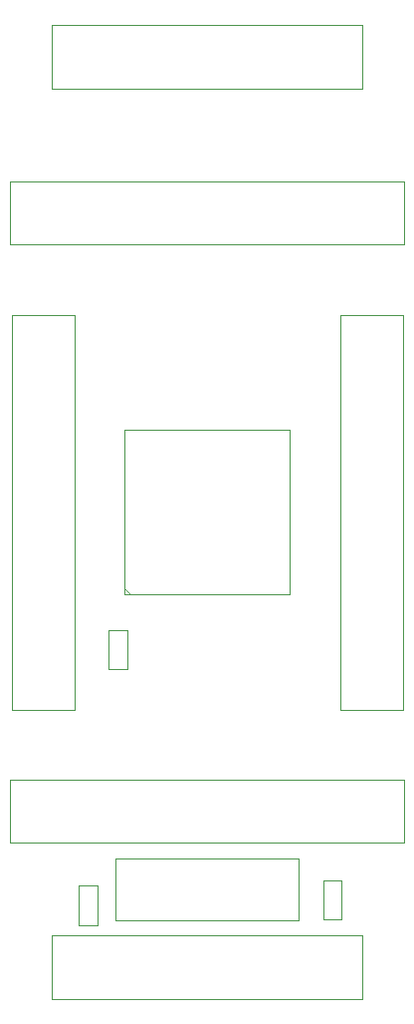
<source format=gbr>
%TF.GenerationSoftware,Altium Limited,Altium Designer,23.4.1 (23)*%
G04 Layer_Color=32768*
%FSLAX45Y45*%
%MOMM*%
%TF.SameCoordinates,3C8645F9-427F-4EF9-BD5D-D69B0DC8593D*%
%TF.FilePolarity,Positive*%
%TF.FileFunction,Other,Mechanical_15*%
%TF.Part,Single*%
G01*
G75*
%TA.AperFunction,NonConductor*%
%ADD37C,0.10000*%
%ADD38C,0.05000*%
%ADD39C,0.05080*%
D37*
X950000Y3850000D02*
X1000000Y3800000D01*
X950000D02*
X2350000D01*
Y5200000D01*
X950000D02*
X2350000D01*
X950000Y3800000D02*
Y5200000D01*
D38*
X-12500Y2824000D02*
Y6176000D01*
Y2824000D02*
X520500D01*
Y6176000D01*
X-12500D02*
X520500D01*
X-26000Y1693500D02*
Y2226500D01*
X3326000D01*
Y1693500D02*
Y2226500D01*
X-26000Y1693500D02*
X3326000D01*
Y6773500D02*
Y7306500D01*
X-26000Y6773500D02*
X3326000D01*
X-26000D02*
Y7306500D01*
X3326000D01*
X871000Y1555400D02*
X2431000D01*
Y1035400D02*
Y1555400D01*
X871000Y1035400D02*
X2431000D01*
X871000D02*
Y1555400D01*
X2779500Y2824000D02*
X3312500D01*
X2779500D02*
Y6176000D01*
X3312500D01*
Y2824000D02*
Y6176000D01*
X2971500Y8092350D02*
Y8637650D01*
X330500D02*
X2971500D01*
X330500Y8092350D02*
Y8637650D01*
Y8092350D02*
X2971500D01*
Y362350D02*
Y907650D01*
X330500D02*
X2971500D01*
X330500Y362350D02*
Y907650D01*
Y362350D02*
X2971500D01*
D39*
X810700Y3501050D02*
X967300D01*
X810700Y3166450D02*
Y3501050D01*
Y3166450D02*
X967300D01*
Y3501050D01*
X2636325Y1039200D02*
X2792925D01*
Y1373800D01*
X2636325D02*
X2792925D01*
X2636325Y1039200D02*
Y1373800D01*
X556700Y991575D02*
X713300D01*
Y1326175D01*
X556700D02*
X713300D01*
X556700Y991575D02*
Y1326175D01*
%TF.MD5,6900d9fdb08debbd6f8bbc9f73ca2f92*%
M02*

</source>
